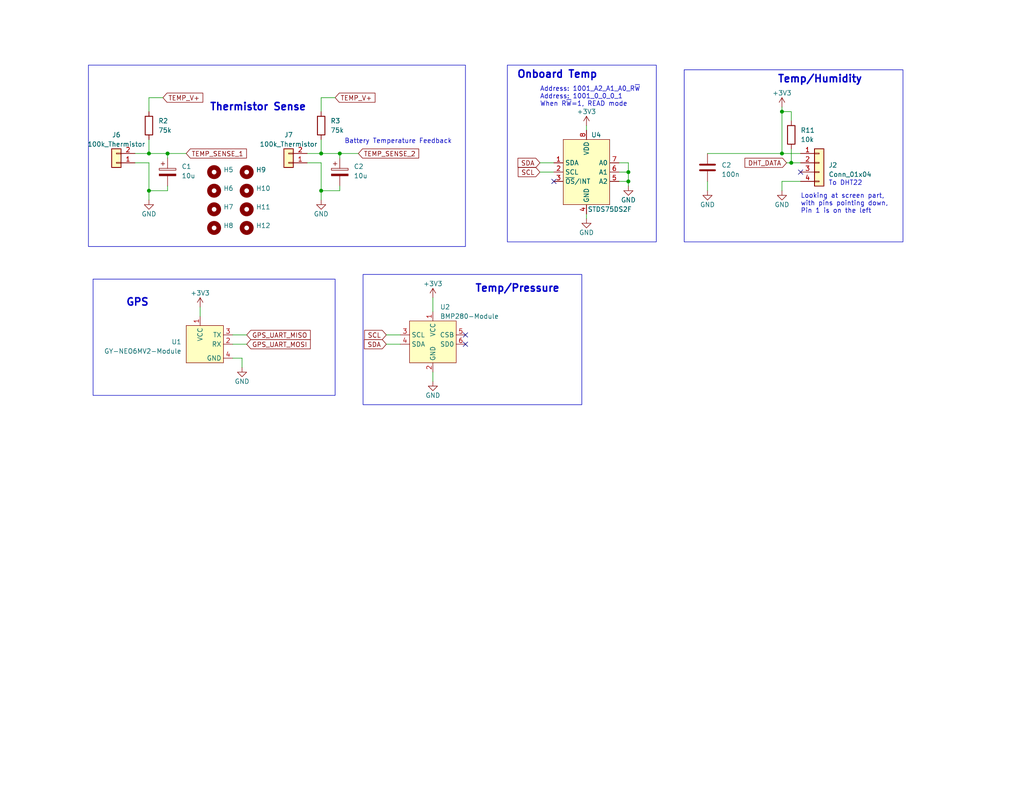
<source format=kicad_sch>
(kicad_sch (version 20230121) (generator eeschema)
  (paper "USLetter")
  (lib_symbols
    (symbol "Connector_Generic:Conn_01x02" (pin_names (offset 1.016) hide)
      (property "Reference" "J" (at 0 2.54 0))
      (property "Value" "Conn_01x02" (at 0 -5.08 0))
      (symbol "Conn_01x02_1_1"
        (rectangle (start -1.27 -2.413) (end 0 -2.667) (stroke (width 0.1524)))
        (rectangle (start -1.27 0.127) (end 0 -0.127) (stroke (width 0.1524)))
        (rectangle (start -1.27 1.27) (end 1.27 -3.81) (stroke (width 0.254)) (fill (type background)))
        (pin passive line (at -5.08 0 0) (length 3.81) (name "Pin_1") (number "1"))
        (pin passive line (at -5.08 -2.54 0) (length 3.81) (name "Pin_2") (number "2"))
      )
    )
    (symbol "Connector_Generic:Conn_01x04" (pin_names (offset 1.016) hide)
      (property "Reference" "J" (at 0 5.08 0))
      (property "Value" "Conn_01x04" (at 0 -7.62 0))
      (symbol "Conn_01x04_1_1"
        (rectangle (start -1.27 -4.953) (end 0 -5.207) (stroke (width 0.1524)))
        (rectangle (start -1.27 -2.413) (end 0 -2.667) (stroke (width 0.1524)))
        (rectangle (start -1.27 0.127) (end 0 -0.127) (stroke (width 0.1524)))
        (rectangle (start -1.27 2.667) (end 0 2.413) (stroke (width 0.1524)))
        (rectangle (start -1.27 3.81) (end 1.27 -6.35) (stroke (width 0.254)) (fill (type background)))
        (pin passive line (at -5.08 2.54 0) (length 3.81) (name "Pin_1") (number "1"))
        (pin passive line (at -5.08 0 0) (length 3.81) (name "Pin_2") (number "2"))
        (pin passive line (at -5.08 -2.54 0) (length 3.81) (name "Pin_3") (number "3"))
        (pin passive line (at -5.08 -5.08 0) (length 3.81) (name "Pin_4") (number "4"))
      )
    )
    (symbol "Device:C" (pin_numbers hide) (pin_names (offset 0.254))
      (property "Reference" "C" (at 0.635 2.54 0))
      (property "Value" "C" (at 0.635 -2.54 0))
      (symbol "C_0_1"
        (polyline (pts (xy -2.032 -0.762) (xy 2.032 -0.762)) (stroke (width 0.508)))
        (polyline (pts (xy -2.032 0.762) (xy 2.032 0.762)) (stroke (width 0.508)))
      )
      (symbol "C_1_1"
        (pin passive line (at 0 3.81 270) (length 2.794) (name "~") (number "1"))
        (pin passive line (at 0 -3.81 90) (length 2.794) (name "~") (number "2"))
      )
    )
    (symbol "Device:C_Polarized" (pin_numbers hide) (pin_names (offset 0.254))
      (property "Reference" "C" (at 0.635 2.54 0))
      (property "Value" "C_Polarized" (at 0.635 -2.54 0))
      (symbol "C_Polarized_0_1"
        (rectangle (start -2.286 0.508) (end 2.286 1.016))
        (polyline (pts (xy -1.778 2.286) (xy -0.762 2.286)))
        (polyline (pts (xy -1.27 2.794) (xy -1.27 1.778)))
        (rectangle (start 2.286 -0.508) (end -2.286 -1.016) (fill (type outline)))
      )
      (symbol "C_Polarized_1_1"
        (pin passive line (at 0 3.81 270) (length 2.794) (name "~") (number "1"))
        (pin passive line (at 0 -3.81 90) (length 2.794) (name "~") (number "2"))
      )
    )
    (symbol "Device:R" (pin_numbers hide) (pin_names (offset 0))
      (property "Reference" "R" (at 2.032 0 90))
      (property "Value" "R" (at 0 0 90))
      (symbol "R_0_1"
        (rectangle (start -1.016 -2.54) (end 1.016 2.54) (stroke (width 0.254)))
      )
      (symbol "R_1_1"
        (pin passive line (at 0 3.81 270) (length 1.27) (name "~") (number "1"))
        (pin passive line (at 0 -3.81 90) (length 1.27) (name "~") (number "2"))
      )
    )
    (symbol "Mechanical:MountingHole" (pin_names (offset 1.016))
      (property "Reference" "H" (at 0 5.08 0))
      (property "Value" "MountingHole" (at 0 3.175 0))
      (symbol "MountingHole_0_1"
        (circle (center 0 0) (radius 1.27) (stroke (width 1.27)))
      )
    )
    (symbol "Project-Supernova-Symbol-Lib:BMP280-Module"
      (property "Reference" "U" (at -1.27 -2.54 0))
      (property "Value" "BMP280-Module" (at -1.27 -5.08 0))
      (symbol "BMP280-Module_1_1"
        (rectangle (start -8.89 10.16) (end 3.81 -1.27) (fill (type background)))
        (pin power_in line (at -2.54 12.7 270) (length 2.54) (name "VCC") (number "1"))
        (pin power_in line (at -2.54 -3.81 90) (length 2.54) (name "GND") (number "2"))
        (pin input line (at -11.43 6.35 0) (length 2.54) (name "SCL") (number "3"))
        (pin bidirectional line (at -11.43 3.81 0) (length 2.54) (name "SDA") (number "4"))
        (pin bidirectional line (at 6.35 6.35 180) (length 2.54) (name "CSB") (number "5"))
        (pin bidirectional line (at 6.35 3.81 180) (length 2.54) (name "SD0") (number "6"))
      )
    )
    (symbol "Project-Supernova-Symbol-Lib:GY-NEO6MV2-Module"
      (property "Reference" "U" (at 0 -11.43 0))
      (property "Value" "GY-NEO6MV2-Module" (at 0 -8.89 0))
      (symbol "GY-NEO6MV2-Module_1_1"
        (rectangle (start -5.08 2.54) (end 5.08 -7.62) (fill (type background)))
        (pin power_in line (at -1.27 5.08 270) (length 2.54) (name "VCC") (number "1"))
        (pin input line (at 7.62 -2.54 180) (length 2.54) (name "RX") (number "2"))
        (pin output line (at 7.62 0 180) (length 2.54) (name "TX") (number "3"))
        (pin power_in line (at 7.62 -6.35 180) (length 2.54) (name "GND") (number "4"))
      )
    )
    (symbol "Project-Supernova-Symbol-Lib:STDS75DS2F"
      (property "Reference" "U" (at 2.54 10.16 0))
      (property "Value" "STDS75DS2F" (at -8.89 10.16 0))
      (symbol "STDS75DS2F_1_1"
        (rectangle (start -6.35 8.89) (end 6.35 -8.89) (fill (type background)))
        (pin bidirectional line (at -8.89 2.54 0) (length 2.54) (name "SDA") (number "1"))
        (pin input line (at -8.89 0 0) (length 2.54) (name "SCL") (number "2"))
        (pin output line (at -8.89 -2.54 0) (length 2.54) (name "~{OS}/INT") (number "3"))
        (pin power_in line (at 0 -11.43 90) (length 2.54) (name "GND") (number "4"))
        (pin input line (at 8.89 -2.54 180) (length 2.54) (name "A2") (number "5"))
        (pin input line (at 8.89 0 180) (length 2.54) (name "A1") (number "6"))
        (pin input line (at 8.89 2.54 180) (length 2.54) (name "A0") (number "7"))
        (pin power_in line (at 0 11.43 270) (length 2.54) (name "VDD") (number "8"))
      )
    )
    (symbol "power:+3V3" (power) (pin_names (offset 0))
      (property "Value" "+3V3" (at 0 3.556 0))
      (symbol "+3V3_0_1"
        (polyline (pts (xy -0.762 1.27) (xy 0 2.54)))
        (polyline (pts (xy 0 0) (xy 0 2.54)))
        (polyline (pts (xy 0 2.54) (xy 0.762 1.27)))
      )
      (symbol "+3V3_1_1"
        (pin power_in line (at 0 0 90) (length 0) hide (name "+3V3") (number "1"))
      )
    )
    (symbol "power:GND" (power) (pin_names (offset 0))
      (property "Value" "GND" (at 0 -3.81 0))
      (symbol "GND_0_1"
        (polyline (pts (xy 0 0) (xy 0 -1.27) (xy 1.27 -1.27) (xy 0 -2.54) (xy -1.27 -1.27) (xy 0 -1.27)))
      )
      (symbol "GND_1_1"
        (pin power_in line (at 0 0 270) (length 0) hide (name "GND") (number "1"))
      )
    )
  )
  (junction (at 87.63 52.07))
  (junction (at 45.72 41.91))
  (junction (at 171.45 49.53))
  (junction (at 213.36 41.91))
  (junction (at 171.45 46.99))
  (junction (at 215.9 44.45))
  (junction (at 40.64 41.91))
  (junction (at 213.36 30.48))
  (junction (at 87.63 41.91))
  (junction (at 40.64 52.07))
  (junction (at 92.71 41.91))
  (no_connect (at 127 93.98))
  (no_connect (at 151.13 49.53))
  (no_connect (at 127 91.44))
  (no_connect (at 218.44 46.99))
  (wire (pts (xy 91.44 26.67) (xy 87.63 26.67)))
  (wire (pts (xy 87.63 54.61) (xy 87.63 52.07)))
  (wire (pts (xy 92.71 52.07) (xy 87.63 52.07)))
  (wire (pts (xy 87.63 41.91) (xy 92.71 41.91)))
  (wire (pts (xy 168.91 46.99) (xy 171.45 46.99)))
  (wire (pts (xy 40.64 52.07) (xy 40.64 44.45)))
  (wire (pts (xy 63.5 91.44) (xy 67.31 91.44)))
  (wire (pts (xy 66.04 97.79) (xy 63.5 97.79)))
  (wire (pts (xy 193.04 49.53) (xy 193.04 52.07)))
  (wire (pts (xy 45.72 41.91) (xy 50.8 41.91)))
  (wire (pts (xy 45.72 52.07) (xy 40.64 52.07)))
  (wire (pts (xy 44.45 26.67) (xy 40.64 26.67)))
  (wire (pts (xy 40.64 41.91) (xy 45.72 41.91)))
  (wire (pts (xy 40.64 54.61) (xy 40.64 52.07)))
  (wire (pts (xy 87.63 26.67) (xy 87.63 30.48)))
  (wire (pts (xy 171.45 44.45) (xy 171.45 46.99)))
  (wire (pts (xy 40.64 38.1) (xy 40.64 41.91)))
  (wire (pts (xy 213.36 49.53) (xy 218.44 49.53)))
  (wire (pts (xy 171.45 49.53) (xy 168.91 49.53)))
  (wire (pts (xy 105.41 93.98) (xy 109.22 93.98)))
  (wire (pts (xy 213.36 41.91) (xy 218.44 41.91)))
  (wire (pts (xy 92.71 50.8) (xy 92.71 52.07)))
  (wire (pts (xy 193.04 41.91) (xy 213.36 41.91)))
  (wire (pts (xy 105.41 91.44) (xy 109.22 91.44)))
  (wire (pts (xy 40.64 26.67) (xy 40.64 30.48)))
  (wire (pts (xy 171.45 50.8) (xy 171.45 49.53)))
  (wire (pts (xy 215.9 40.64) (xy 215.9 44.45)))
  (wire (pts (xy 147.32 44.45) (xy 151.13 44.45)))
  (wire (pts (xy 92.71 41.91) (xy 92.71 43.18)))
  (wire (pts (xy 92.71 41.91) (xy 97.79 41.91)))
  (wire (pts (xy 87.63 44.45) (xy 83.82 44.45)))
  (wire (pts (xy 168.91 44.45) (xy 171.45 44.45)))
  (wire (pts (xy 160.02 58.42) (xy 160.02 59.69)))
  (wire (pts (xy 160.02 34.29) (xy 160.02 35.56)))
  (wire (pts (xy 87.63 52.07) (xy 87.63 44.45)))
  (wire (pts (xy 87.63 38.1) (xy 87.63 41.91)))
  (wire (pts (xy 215.9 44.45) (xy 218.44 44.45)))
  (wire (pts (xy 45.72 50.8) (xy 45.72 52.07)))
  (wire (pts (xy 40.64 44.45) (xy 36.83 44.45)))
  (wire (pts (xy 215.9 33.02) (xy 215.9 30.48)))
  (wire (pts (xy 147.32 46.99) (xy 151.13 46.99)))
  (wire (pts (xy 63.5 93.98) (xy 67.31 93.98)))
  (wire (pts (xy 118.11 81.28) (xy 118.11 85.09)))
  (wire (pts (xy 213.36 30.48) (xy 215.9 30.48)))
  (wire (pts (xy 54.61 83.82) (xy 54.61 86.36)))
  (wire (pts (xy 214.63 44.45) (xy 215.9 44.45)))
  (wire (pts (xy 213.36 52.07) (xy 213.36 49.53)))
  (wire (pts (xy 213.36 30.48) (xy 213.36 41.91)))
  (wire (pts (xy 83.82 41.91) (xy 87.63 41.91)))
  (wire (pts (xy 66.04 100.33) (xy 66.04 97.79)))
  (wire (pts (xy 45.72 41.91) (xy 45.72 43.18)))
  (wire (pts (xy 171.45 46.99) (xy 171.45 49.53)))
  (wire (pts (xy 118.11 101.6) (xy 118.11 104.14)))
  (wire (pts (xy 213.36 29.21) (xy 213.36 30.48)))
  (wire (pts (xy 36.83 41.91) (xy 40.64 41.91)))
  (rectangle (start 24.13 17.78) (end 127 67.31))
  (rectangle (start 25.4 76.2) (end 91.44 107.95))
  (rectangle (start 186.69 19.05) (end 246.38 66.04))
  (rectangle (start 138.43 17.78) (end 179.07 66.04))
  (rectangle (start 99.06 74.93) (end 158.75 110.49))
  (text "Temp/Humidity" (at 212.09 22.86 0) (effects (font (size 2 2) (thickness 0.4) bold) (justify left bottom)))
  (text "GPS" (at 34.29 83.82 0) (effects (font (size 2 2) (thickness 0.4) bold) (justify left bottom)))
  (text "Temp/Pressure" (at 129.54 80.01 0) (effects (font (size 2 2) (thickness 0.4) bold) (justify left bottom)))
  (text "Address: 1001_A2_A1_A0_R~{W}\nAddress: 1001_0_0_0_1\nWhen R~{W}=1, READ mode" (at 147.32 29.21 0) (effects (font (size 1.27 1.27)) (justify left bottom)))
  (text "To DHT22" (at 226.06 50.8 0) (effects (font (size 1.27 1.27)) (justify left bottom)))
  (text "Onboard Temp" (at 140.97 21.59 0) (effects (font (size 2 2) (thickness 0.4) bold) (justify left bottom)))
  (text "Looking at screen part,\nwith pins pointing down,\nPin 1 is on the left" (at 218.44 58.42 0) (effects (font (size 1.27 1.27)) (justify left bottom)))
  (text "Thermistor Sense" (at 57.15 30.48 0) (effects (font (size 2 2) (thickness 0.4) bold) (justify left bottom)))
  (text "Battery Temperature Feedback" (at 93.98 39.37 0) (effects (font (size 1.27 1.27)) (justify left bottom)))
  (global_label "GPS_UART_MOSI" (shape input) (at 67.31 93.98 0) (property "Intersheetrefs" "${INTERSHEET_REFS}" (effects hide)))
  (global_label "SCL" (shape input) (at 105.41 91.44 180) (property "Intersheetrefs" "${INTERSHEET_REFS}" (effects hide)))
  (global_label "SDA" (shape input) (at 105.41 93.98 180) (property "Intersheetrefs" "${INTERSHEET_REFS}" (effects hide)))
  (global_label "TEMP_SENSE_1" (shape input) (at 50.8 41.91 0) (property "Intersheetrefs" "${INTERSHEET_REFS}" (effects hide)))
  (global_label "SCL" (shape input) (at 147.32 46.99 180) (property "Intersheetrefs" "${INTERSHEET_REFS}" (effects hide)))
  (global_label "SDA" (shape input) (at 147.32 44.45 180) (property "Intersheetrefs" "${INTERSHEET_REFS}" (effects hide)))
  (global_label "TEMP_V+" (shape input) (at 44.45 26.67 0) (property "Intersheetrefs" "${INTERSHEET_REFS}" (effects hide)))
  (global_label "DHT_DATA" (shape input) (at 214.63 44.45 180) (property "Intersheetrefs" "${INTERSHEET_REFS}" (effects hide)))
  (global_label "TEMP_V+" (shape input) (at 91.44 26.67 0) (property "Intersheetrefs" "${INTERSHEET_REFS}" (effects hide)))
  (global_label "TEMP_SENSE_2" (shape input) (at 97.79 41.91 0) (property "Intersheetrefs" "${INTERSHEET_REFS}" (effects hide)))
  (global_label "GPS_UART_MISO" (shape input) (at 67.31 91.44 0) (property "Intersheetrefs" "${INTERSHEET_REFS}" (effects hide)))
  (symbol (lib_id "power:+3V3") (at 160.02 34.29 0) (unit 1)
    (property "Reference" "#PWR046" (effects hide))
    (property "Value" "+3V3" (at 160.02 30.48 0))
    (instances (project "Project-Supernova-PCB" (path "" (reference "#PWR046") (unit 1)) (path "" (reference "#PWR0403") (unit 1))))
  )
  (symbol (lib_id "power:GND") (at 160.02 59.69 0) (unit 1)
    (property "Reference" "#PWR04" (effects hide))
    (property "Value" "GND" (at 160.02 63.5 0))
    (instances (project "RFM95-Multi-PCB" (path "" (reference "#PWR04") (unit 1))) (project "Project-Supernova-PCB" (path "" (reference "#PWR020") (unit 1)) (path "" (reference "#PWR0404") (unit 1))))
  )
  (symbol (lib_id "power:GND") (at 193.04 52.07 0) (unit 1)
    (property "Reference" "#PWR02" (effects hide))
    (property "Value" "GND" (at 193.04 55.88 0))
    (instances (project "Project-Supernova-PCB" (path "" (reference "#PWR02") (unit 1)) (path "" (reference "#PWR0406") (unit 1))))
  )
  (symbol (lib_id "Project-Supernova-Symbol-Lib:STDS75DS2F") (at 160.02 46.99 0) (unit 1)
    (property "Reference" "U4" (at 161.29 36.83 0) (effects (justify left)))
    (property "Value" "STDS75DS2F" (at 166.37 57.15 0))
    (property "Footprint" "Package_SO:MSOP-8_3x3mm_P0.65mm" (effects hide))
    (property "Datasheet" "https://datasheet.lcsc.com/lcsc/1810231426_STMicroelectronics-STDS75DS2F_C283289.pdf" (effects hide))
    (property "LCSC" "C283289" (effects hide))
    (instances (project "Project-Supernova-PCB" (path "" (reference "U4") (unit 1)) (path "" (reference "U401") (unit 1))))
  )
  (symbol (lib_id "Device:R") (at 40.64 34.29 0) (unit 1)
    (property "Reference" "R2" (at 43.18 33.02 0) (effects (justify left)))
    (property "Value" "75k" (at 43.18 35.56 0) (effects (justify left)))
    (property "Footprint" "Resistor_SMD:R_1206_3216Metric_Pad1.30x1.75mm_HandSolder" (effects hide))
    (instances (project "RFM95-Multi-PCB" (path "" (reference "R2") (unit 1))) (project "Project-Supernova-PCB" (path "" (reference "R2") (unit 1)) (path "" (reference "R401") (unit 1))))
  )
  (symbol (lib_id "power:+3V3") (at 54.61 83.82 0) (unit 1)
    (property "Reference" "#PWR06" (effects hide))
    (property "Value" "+3V3" (at 54.61 80.01 0))
    (instances (project "Project-Supernova-PCB" (path "" (reference "#PWR06") (unit 1)) (path "" (reference "#PWR0409") (unit 1))))
  )
  (symbol (lib_id "Device:C") (at 193.04 45.72 0) (unit 1)
    (property "Reference" "C2" (at 196.85 45.085 0) (effects (justify left)))
    (property "Value" "100n" (at 196.85 47.625 0) (effects (justify left)))
    (property "Footprint" "Capacitor_SMD:C_1206_3216Metric_Pad1.33x1.80mm_HandSolder" (effects hide))
    (instances (project "Project-Supernova-PCB" (path "" (reference "C2") (unit 1)) (path "" (reference "C403") (unit 1))))
  )
  (symbol (lib_id "power:GND") (at 40.64 54.61 0) (unit 1)
    (property "Reference" "#PWR04" (effects hide))
    (property "Value" "GND" (at 40.64 58.42 0))
    (instances (project "RFM95-Multi-PCB" (path "" (reference "#PWR04") (unit 1))) (project "Project-Supernova-PCB" (path "" (reference "#PWR024") (unit 1)) (path "" (reference "#PWR0401") (unit 1))))
  )
  (symbol (lib_id "Device:C_Polarized") (at 92.71 46.99 0) (unit 1)
    (property "Reference" "C2" (at 96.52 45.466 0) (effects (justify left)))
    (property "Value" "10u" (at 96.52 48.006 0) (effects (justify left)))
    (property "Footprint" "Capacitor_SMD:C_1206_3216Metric_Pad1.33x1.80mm_HandSolder" (effects hide))
    (instances (project "RFM95-Multi-PCB" (path "" (reference "C2") (unit 1))) (project "Project-Supernova-PCB" (path "" (reference "C7") (unit 1)) (path "" (reference "C402") (unit 1))))
  )
  (symbol (lib_id "Connector_Generic:Conn_01x04") (at 223.52 44.45 0) (unit 1)
    (property "Reference" "J2" (at 226.06 45.085 0) (effects (justify left)))
    (property "Value" "Conn_01x04" (at 226.06 47.625 0) (effects (justify left)))
    (property "Footprint" "Connector_PinHeader_2.54mm:PinHeader_1x04_P2.54mm_Vertical" (effects hide))
    (instances (project "Project-Supernova-PCB" (path "" (reference "J2") (unit 1)) (path "" (reference "J403") (unit 1))))
  )
  (symbol (lib_id "Mechanical:MountingHole") (at 67.31 62.23 0) (unit 1)
    (property "Reference" "H12" (at 69.85 61.595 0) (effects (justify left)))
    (property "Value" "MountingHole" (effects hide))
    (property "Footprint" "MountingHole:MountingHole_2mm" (effects hide))
    (instances (project "Project-Supernova-PCB" (path "" (reference "H12") (unit 1)) (path "" (reference "H408") (unit 1))))
  )
  (symbol (lib_id "power:GND") (at 87.63 54.61 0) (unit 1)
    (property "Reference" "#PWR05" (effects hide))
    (property "Value" "GND" (at 87.63 58.42 0))
    (instances (project "RFM95-Multi-PCB" (path "" (reference "#PWR05") (unit 1))) (project "Project-Supernova-PCB" (path "" (reference "#PWR031") (unit 1)) (path "" (reference "#PWR0402") (unit 1))))
  )
  (symbol (lib_id "Connector_Generic:Conn_01x02") (at 31.75 44.45 180) (unit 1)
    (property "Reference" "J6" (at 31.75 36.83 0))
    (property "Value" "100k_Thermistor" (at 31.75 39.37 0))
    (property "Footprint" "Connector_PinHeader_2.54mm:PinHeader_1x02_P2.54mm_Vertical" (effects hide))
    (instances (project "RFM95-Multi-PCB" (path "" (reference "J6") (unit 1))) (project "Project-Supernova-PCB" (path "" (reference "J5") (unit 1)) (path "" (reference "J401") (unit 1))))
  )
  (symbol (lib_id "Project-Supernova-Symbol-Lib:GY-NEO6MV2-Module") (at 55.88 91.44 0) (unit 1)
    (property "Reference" "U1" (at 49.53 93.345 0) (effects (justify right)))
    (property "Value" "GY-NEO6MV2-Module" (at 49.53 95.885 0) (effects (justify right)))
    (property "Footprint" "Project-Supernova-Footprint-Lib:GY-NEO6MV2-Module" (effects hide))
    (instances (project "Project-Supernova-PCB" (path "" (reference "U1") (unit 1)) (path "" (reference "U402") (unit 1))))
  )
  (symbol (lib_id "power:+3V3") (at 118.11 81.28 0) (unit 1)
    (property "Reference" "#PWR011" (effects hide))
    (property "Value" "+3V3" (at 118.11 77.47 0))
    (instances (project "Project-Supernova-PCB" (path "" (reference "#PWR011") (unit 1)) (path "" (reference "#PWR0411") (unit 1))))
  )
  (symbol (lib_id "Connector_Generic:Conn_01x02") (at 78.74 44.45 180) (unit 1)
    (property "Reference" "J7" (at 78.74 36.83 0))
    (property "Value" "100k_Thermistor" (at 78.74 39.37 0))
    (property "Footprint" "Connector_PinHeader_2.54mm:PinHeader_1x02_P2.54mm_Vertical" (effects hide))
    (instances (project "RFM95-Multi-PCB" (path "" (reference "J7") (unit 1))) (project "Project-Supernova-PCB" (path "" (reference "J8") (unit 1)) (path "" (reference "J402") (unit 1))))
  )
  (symbol (lib_id "power:GND") (at 118.11 104.14 0) (unit 1)
    (property "Reference" "#PWR012" (effects hide))
    (property "Value" "GND" (at 118.11 107.95 0))
    (instances (project "Project-Supernova-PCB" (path "" (reference "#PWR012") (unit 1)) (path "" (reference "#PWR0412") (unit 1))))
  )
  (symbol (lib_id "Device:C_Polarized") (at 45.72 46.99 0) (unit 1)
    (property "Reference" "C1" (at 49.53 45.466 0) (effects (justify left)))
    (property "Value" "10u" (at 49.53 48.006 0) (effects (justify left)))
    (property "Footprint" "Capacitor_SMD:C_1206_3216Metric_Pad1.33x1.80mm_HandSolder" (effects hide))
    (instances (project "RFM95-Multi-PCB" (path "" (reference "C1") (unit 1))) (project "Project-Supernova-PCB" (path "" (reference "C6") (unit 1)) (path "" (reference "C401") (unit 1))))
  )
  (symbol (lib_id "Mechanical:MountingHole") (at 67.31 46.99 0) (unit 1)
    (property "Reference" "H9" (at 69.85 46.355 0) (effects (justify left)))
    (property "Value" "MountingHole" (effects hide))
    (property "Footprint" "MountingHole:MountingHole_2mm" (effects hide))
    (instances (project "Project-Supernova-PCB" (path "" (reference "H9") (unit 1)) (path "" (reference "H405") (unit 1))))
  )
  (symbol (lib_id "Project-Supernova-Symbol-Lib:BMP280-Module") (at 120.65 97.79 0) (unit 1)
    (property "Reference" "U2" (at 120.0659 83.82 0) (effects (justify left)))
    (property "Value" "BMP280-Module" (at 120.0659 86.36 0) (effects (justify left)))
    (property "Footprint" "Project-Supernova-Footprint-Lib:BMP280-Module" (effects hide))
    (instances (project "Project-Supernova-PCB" (path "" (reference "U2") (unit 1)) (path "" (reference "U403") (unit 1))))
  )
  (symbol (lib_id "Mechanical:MountingHole") (at 67.31 57.15 0) (unit 1)
    (property "Reference" "H11" (at 69.85 56.515 0) (effects (justify left)))
    (property "Value" "MountingHole" (effects hide))
    (property "Footprint" "MountingHole:MountingHole_2mm" (effects hide))
    (instances (project "Project-Supernova-PCB" (path "" (reference "H11") (unit 1)) (path "" (reference "H407") (unit 1))))
  )
  (symbol (lib_id "power:+3V3") (at 213.36 29.21 0) (unit 1)
    (property "Reference" "#PWR08" (effects hide))
    (property "Value" "+3V3" (at 213.36 25.4 0))
    (instances (project "Project-Supernova-PCB" (path "" (reference "#PWR08") (unit 1)) (path "" (reference "#PWR0407") (unit 1))))
  )
  (symbol (lib_id "Mechanical:MountingHole") (at 58.42 62.23 0) (unit 1)
    (property "Reference" "H8" (at 60.96 61.595 0) (effects (justify left)))
    (property "Value" "MountingHole" (effects hide))
    (property "Footprint" "MountingHole:MountingHole_2mm" (effects hide))
    (instances (project "Project-Supernova-PCB" (path "" (reference "H8") (unit 1)) (path "" (reference "H404") (unit 1))))
  )
  (symbol (lib_id "Device:R") (at 87.63 34.29 0) (unit 1)
    (property "Reference" "R3" (at 90.17 33.02 0) (effects (justify left)))
    (property "Value" "75k" (at 90.17 35.56 0) (effects (justify left)))
    (property "Footprint" "Resistor_SMD:R_1206_3216Metric_Pad1.30x1.75mm_HandSolder" (effects hide))
    (instances (project "RFM95-Multi-PCB" (path "" (reference "R3") (unit 1))) (project "Project-Supernova-PCB" (path "" (reference "R3") (unit 1)) (path "" (reference "R402") (unit 1))))
  )
  (symbol (lib_id "Device:R") (at 215.9 36.83 0) (unit 1)
    (property "Reference" "R11" (at 218.44 35.56 0) (effects (justify left)))
    (property "Value" "10k" (at 218.44 38.1 0) (effects (justify left)))
    (property "Footprint" "Resistor_SMD:R_1206_3216Metric_Pad1.30x1.75mm_HandSolder" (effects hide))
    (instances (project "Project-Supernova-PCB" (path "" (reference "R11") (unit 1)) (path "" (reference "R403") (unit 1))))
  )
  (symbol (lib_id "power:GND") (at 66.04 100.33 0) (unit 1)
    (property "Reference" "#PWR010" (effects hide))
    (property "Value" "GND" (at 66.04 104.14 0))
    (instances (project "Project-Supernova-PCB" (path "" (reference "#PWR010") (unit 1)) (path "" (reference "#PWR0410") (unit 1))))
  )
  (symbol (lib_id "Mechanical:MountingHole") (at 58.42 52.07 0) (unit 1)
    (property "Reference" "H6" (at 60.96 51.435 0) (effects (justify left)))
    (property "Value" "MountingHole" (effects hide))
    (property "Footprint" "MountingHole:MountingHole_2mm" (effects hide))
    (instances (project "Project-Supernova-PCB" (path "" (reference "H6") (unit 1)) (path "" (reference "H402") (unit 1))))
  )
  (symbol (lib_id "power:GND") (at 171.45 50.8 0) (unit 1)
    (property "Reference" "#PWR04" (effects hide))
    (property "Value" "GND" (at 171.45 54.61 0))
    (instances (project "RFM95-Multi-PCB" (path "" (reference "#PWR04") (unit 1))) (project "Project-Supernova-PCB" (path "" (reference "#PWR019") (unit 1)) (path "" (reference "#PWR0405") (unit 1))))
  )
  (symbol (lib_id "Mechanical:MountingHole") (at 58.42 46.99 0) (unit 1)
    (property "Reference" "H5" (at 60.96 46.355 0) (effects (justify left)))
    (property "Value" "MountingHole" (effects hide))
    (property "Footprint" "MountingHole:MountingHole_2mm" (effects hide))
    (instances (project "Project-Supernova-PCB" (path "" (reference "H5") (unit 1)) (path "" (reference "H401") (unit 1))))
  )
  (symbol (lib_id "Mechanical:MountingHole") (at 58.42 57.15 0) (unit 1)
    (property "Reference" "H7" (at 60.96 56.515 0) (effects (justify left)))
    (property "Value" "MountingHole" (effects hide))
    (property "Footprint" "MountingHole:MountingHole_2mm" (effects hide))
    (instances (project "Project-Supernova-PCB" (path "" (reference "H7") (unit 1)) (path "" (reference "H403") (unit 1))))
  )
  (symbol (lib_id "power:GND") (at 213.36 52.07 0) (unit 1)
    (property "Reference" "#PWR09" (effects hide))
    (property "Value" "GND" (at 213.36 55.88 0))
    (instances (project "Project-Supernova-PCB" (path "" (reference "#PWR09") (unit 1)) (path "" (reference "#PWR0408") (unit 1))))
  )
  (symbol (lib_id "Mechanical:MountingHole") (at 67.31 52.07 0) (unit 1)
    (property "Reference" "H10" (at 69.85 51.435 0) (effects (justify left)))
    (property "Value" "MountingHole" (effects hide))
    (property "Footprint" "MountingHole:MountingHole_2mm" (effects hide))
    (instances (project "Project-Supernova-PCB" (path "" (reference "H10") (unit 1)) (path "" (reference "H406") (unit 1))))
  )
)
</source>
